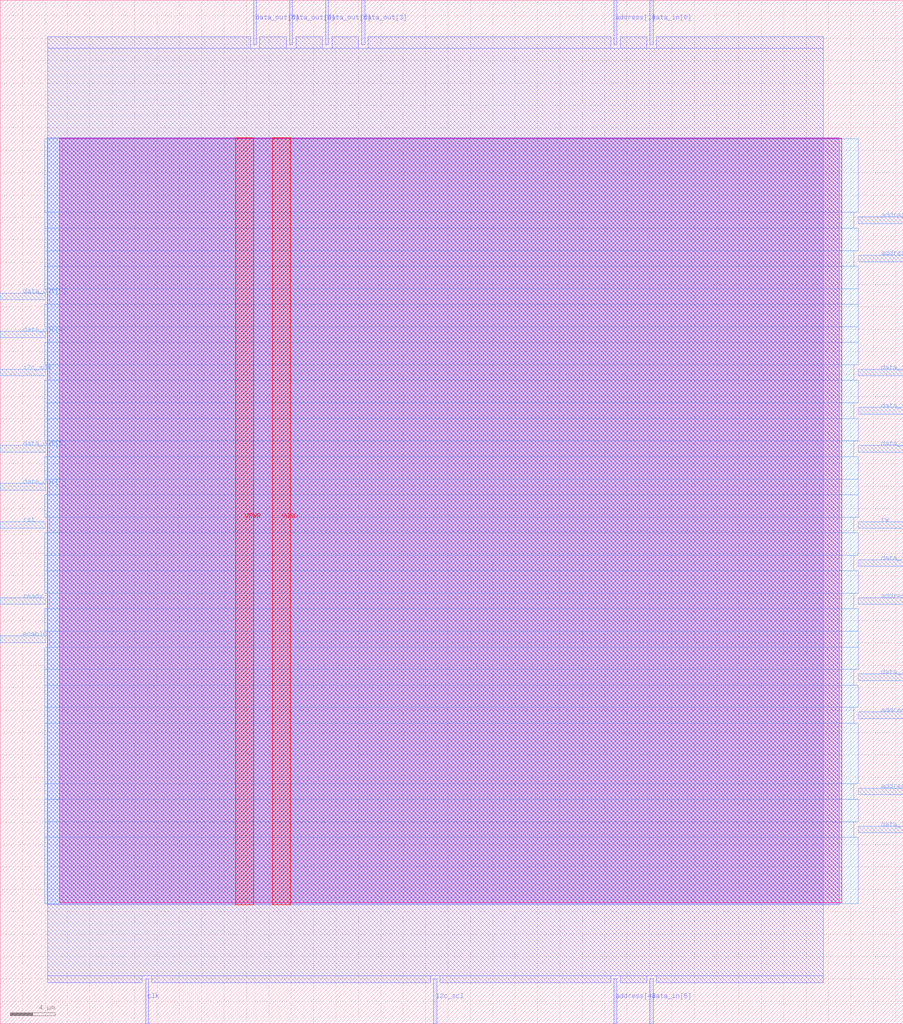
<source format=lef>
VERSION 5.7 ;
  NOWIREEXTENSIONATPIN ON ;
  DIVIDERCHAR "/" ;
  BUSBITCHARS "[]" ;
MACRO i2c_master_controller
  CLASS BLOCK ;
  FOREIGN i2c_master_controller ;
  ORIGIN 0.000 0.000 ;
  SIZE 80.675 BY 91.395 ;
  PIN VGND
    DIRECTION INOUT ;
    USE GROUND ;
    PORT
      LAYER met4 ;
        RECT 24.340 10.640 25.940 79.120 ;
    END
  END VGND
  PIN VPWR
    DIRECTION INOUT ;
    USE POWER ;
    PORT
      LAYER met4 ;
        RECT 21.040 10.640 22.640 79.120 ;
    END
  END VPWR
  PIN address[0]
    DIRECTION INPUT ;
    USE SIGNAL ;
    ANTENNAGATEAREA 0.196500 ;
    PORT
      LAYER met3 ;
        RECT 76.675 71.440 80.675 72.040 ;
    END
  END address[0]
  PIN address[1]
    DIRECTION INPUT ;
    USE SIGNAL ;
    ANTENNAGATEAREA 0.196500 ;
    PORT
      LAYER met2 ;
        RECT 54.830 87.395 55.110 91.395 ;
    END
  END address[1]
  PIN address[2]
    DIRECTION INPUT ;
    USE SIGNAL ;
    ANTENNAGATEAREA 0.196500 ;
    PORT
      LAYER met3 ;
        RECT 76.675 68.040 80.675 68.640 ;
    END
  END address[2]
  PIN address[3]
    DIRECTION INPUT ;
    USE SIGNAL ;
    ANTENNAGATEAREA 0.196500 ;
    PORT
      LAYER met3 ;
        RECT 76.675 20.440 80.675 21.040 ;
    END
  END address[3]
  PIN address[4]
    DIRECTION INPUT ;
    USE SIGNAL ;
    ANTENNAGATEAREA 0.196500 ;
    PORT
      LAYER met2 ;
        RECT 54.830 0.000 55.110 4.000 ;
    END
  END address[4]
  PIN address[5]
    DIRECTION INPUT ;
    USE SIGNAL ;
    ANTENNAGATEAREA 0.196500 ;
    PORT
      LAYER met3 ;
        RECT 76.675 27.240 80.675 27.840 ;
    END
  END address[5]
  PIN address[6]
    DIRECTION INPUT ;
    USE SIGNAL ;
    ANTENNAGATEAREA 0.196500 ;
    PORT
      LAYER met3 ;
        RECT 76.675 37.440 80.675 38.040 ;
    END
  END address[6]
  PIN clk
    DIRECTION INPUT ;
    USE SIGNAL ;
    ANTENNAGATEAREA 0.852000 ;
    PORT
      LAYER met2 ;
        RECT 12.970 0.000 13.250 4.000 ;
    END
  END clk
  PIN data_in[0]
    DIRECTION INPUT ;
    USE SIGNAL ;
    ANTENNAGATEAREA 0.196500 ;
    PORT
      LAYER met2 ;
        RECT 58.050 87.395 58.330 91.395 ;
    END
  END data_in[0]
  PIN data_in[1]
    DIRECTION INPUT ;
    USE SIGNAL ;
    ANTENNAGATEAREA 0.196500 ;
    PORT
      LAYER met3 ;
        RECT 76.675 54.440 80.675 55.040 ;
    END
  END data_in[1]
  PIN data_in[2]
    DIRECTION INPUT ;
    USE SIGNAL ;
    ANTENNAGATEAREA 0.196500 ;
    PORT
      LAYER met3 ;
        RECT 76.675 57.840 80.675 58.440 ;
    END
  END data_in[2]
  PIN data_in[3]
    DIRECTION INPUT ;
    USE SIGNAL ;
    ANTENNAGATEAREA 0.196500 ;
    PORT
      LAYER met3 ;
        RECT 76.675 51.040 80.675 51.640 ;
    END
  END data_in[3]
  PIN data_in[4]
    DIRECTION INPUT ;
    USE SIGNAL ;
    ANTENNAGATEAREA 0.196500 ;
    PORT
      LAYER met3 ;
        RECT 76.675 17.040 80.675 17.640 ;
    END
  END data_in[4]
  PIN data_in[5]
    DIRECTION INPUT ;
    USE SIGNAL ;
    ANTENNAGATEAREA 0.196500 ;
    PORT
      LAYER met2 ;
        RECT 58.050 0.000 58.330 4.000 ;
    END
  END data_in[5]
  PIN data_in[6]
    DIRECTION INPUT ;
    USE SIGNAL ;
    ANTENNAGATEAREA 0.196500 ;
    PORT
      LAYER met3 ;
        RECT 76.675 30.640 80.675 31.240 ;
    END
  END data_in[6]
  PIN data_in[7]
    DIRECTION INPUT ;
    USE SIGNAL ;
    ANTENNAGATEAREA 0.196500 ;
    PORT
      LAYER met3 ;
        RECT 76.675 40.840 80.675 41.440 ;
    END
  END data_in[7]
  PIN data_out[0]
    DIRECTION OUTPUT ;
    USE SIGNAL ;
    ANTENNADIFFAREA 0.445500 ;
    PORT
      LAYER met3 ;
        RECT 0.000 47.640 4.000 48.240 ;
    END
  END data_out[0]
  PIN data_out[1]
    DIRECTION OUTPUT ;
    USE SIGNAL ;
    ANTENNADIFFAREA 0.445500 ;
    PORT
      LAYER met3 ;
        RECT 0.000 51.040 4.000 51.640 ;
    END
  END data_out[1]
  PIN data_out[2]
    DIRECTION OUTPUT ;
    USE SIGNAL ;
    ANTENNADIFFAREA 0.445500 ;
    PORT
      LAYER met2 ;
        RECT 25.850 87.395 26.130 91.395 ;
    END
  END data_out[2]
  PIN data_out[3]
    DIRECTION OUTPUT ;
    USE SIGNAL ;
    ANTENNADIFFAREA 0.445500 ;
    PORT
      LAYER met2 ;
        RECT 32.290 87.395 32.570 91.395 ;
    END
  END data_out[3]
  PIN data_out[4]
    DIRECTION OUTPUT ;
    USE SIGNAL ;
    ANTENNADIFFAREA 0.445500 ;
    PORT
      LAYER met3 ;
        RECT 0.000 61.240 4.000 61.840 ;
    END
  END data_out[4]
  PIN data_out[5]
    DIRECTION OUTPUT ;
    USE SIGNAL ;
    ANTENNADIFFAREA 0.445500 ;
    PORT
      LAYER met2 ;
        RECT 22.630 87.395 22.910 91.395 ;
    END
  END data_out[5]
  PIN data_out[6]
    DIRECTION OUTPUT ;
    USE SIGNAL ;
    ANTENNADIFFAREA 0.445500 ;
    PORT
      LAYER met2 ;
        RECT 29.070 87.395 29.350 91.395 ;
    END
  END data_out[6]
  PIN data_out[7]
    DIRECTION OUTPUT ;
    USE SIGNAL ;
    ANTENNADIFFAREA 0.445500 ;
    PORT
      LAYER met3 ;
        RECT 0.000 64.640 4.000 65.240 ;
    END
  END data_out[7]
  PIN enable
    DIRECTION INPUT ;
    USE SIGNAL ;
    ANTENNAGATEAREA 0.196500 ;
    PORT
      LAYER met3 ;
        RECT 0.000 34.040 4.000 34.640 ;
    END
  END enable
  PIN i2c_scl
    DIRECTION INOUT ;
    USE SIGNAL ;
    ANTENNADIFFAREA 1.431000 ;
    PORT
      LAYER met2 ;
        RECT 38.730 0.000 39.010 4.000 ;
    END
  END i2c_scl
  PIN i2c_sda
    DIRECTION INOUT ;
    USE SIGNAL ;
    ANTENNAGATEAREA 1.615500 ;
    ANTENNADIFFAREA 1.782000 ;
    PORT
      LAYER met3 ;
        RECT 0.000 57.840 4.000 58.440 ;
    END
  END i2c_sda
  PIN ready
    DIRECTION OUTPUT ;
    USE SIGNAL ;
    ANTENNADIFFAREA 0.445500 ;
    PORT
      LAYER met3 ;
        RECT 0.000 37.440 4.000 38.040 ;
    END
  END ready
  PIN rst
    DIRECTION INPUT ;
    USE SIGNAL ;
    ANTENNAGATEAREA 0.196500 ;
    PORT
      LAYER met3 ;
        RECT 0.000 44.240 4.000 44.840 ;
    END
  END rst
  PIN rw
    DIRECTION INPUT ;
    USE SIGNAL ;
    ANTENNAGATEAREA 0.196500 ;
    PORT
      LAYER met3 ;
        RECT 76.675 44.240 80.675 44.840 ;
    END
  END rw
  OBS
      LAYER nwell ;
        RECT 5.330 10.795 75.170 79.070 ;
      LAYER li1 ;
        RECT 5.520 10.795 74.980 78.965 ;
      LAYER met1 ;
        RECT 4.210 10.640 74.980 79.120 ;
      LAYER met2 ;
        RECT 4.230 87.115 22.350 88.130 ;
        RECT 23.190 87.115 25.570 88.130 ;
        RECT 26.410 87.115 28.790 88.130 ;
        RECT 29.630 87.115 32.010 88.130 ;
        RECT 32.850 87.115 54.550 88.130 ;
        RECT 55.390 87.115 57.770 88.130 ;
        RECT 58.610 87.115 73.510 88.130 ;
        RECT 4.230 4.280 73.510 87.115 ;
        RECT 4.230 3.670 12.690 4.280 ;
        RECT 13.530 3.670 38.450 4.280 ;
        RECT 39.290 3.670 54.550 4.280 ;
        RECT 55.390 3.670 57.770 4.280 ;
        RECT 58.610 3.670 73.510 4.280 ;
      LAYER met3 ;
        RECT 3.990 72.440 76.675 79.045 ;
        RECT 3.990 71.040 76.275 72.440 ;
        RECT 3.990 69.040 76.675 71.040 ;
        RECT 3.990 67.640 76.275 69.040 ;
        RECT 3.990 65.640 76.675 67.640 ;
        RECT 4.400 64.240 76.675 65.640 ;
        RECT 3.990 62.240 76.675 64.240 ;
        RECT 4.400 60.840 76.675 62.240 ;
        RECT 3.990 58.840 76.675 60.840 ;
        RECT 4.400 57.440 76.275 58.840 ;
        RECT 3.990 55.440 76.675 57.440 ;
        RECT 3.990 54.040 76.275 55.440 ;
        RECT 3.990 52.040 76.675 54.040 ;
        RECT 4.400 50.640 76.275 52.040 ;
        RECT 3.990 48.640 76.675 50.640 ;
        RECT 4.400 47.240 76.675 48.640 ;
        RECT 3.990 45.240 76.675 47.240 ;
        RECT 4.400 43.840 76.275 45.240 ;
        RECT 3.990 41.840 76.675 43.840 ;
        RECT 3.990 40.440 76.275 41.840 ;
        RECT 3.990 38.440 76.675 40.440 ;
        RECT 4.400 37.040 76.275 38.440 ;
        RECT 3.990 35.040 76.675 37.040 ;
        RECT 4.400 33.640 76.675 35.040 ;
        RECT 3.990 31.640 76.675 33.640 ;
        RECT 3.990 30.240 76.275 31.640 ;
        RECT 3.990 28.240 76.675 30.240 ;
        RECT 3.990 26.840 76.275 28.240 ;
        RECT 3.990 21.440 76.675 26.840 ;
        RECT 3.990 20.040 76.275 21.440 ;
        RECT 3.990 18.040 76.675 20.040 ;
        RECT 3.990 16.640 76.275 18.040 ;
        RECT 3.990 10.715 76.675 16.640 ;
  END
END i2c_master_controller
END LIBRARY


</source>
